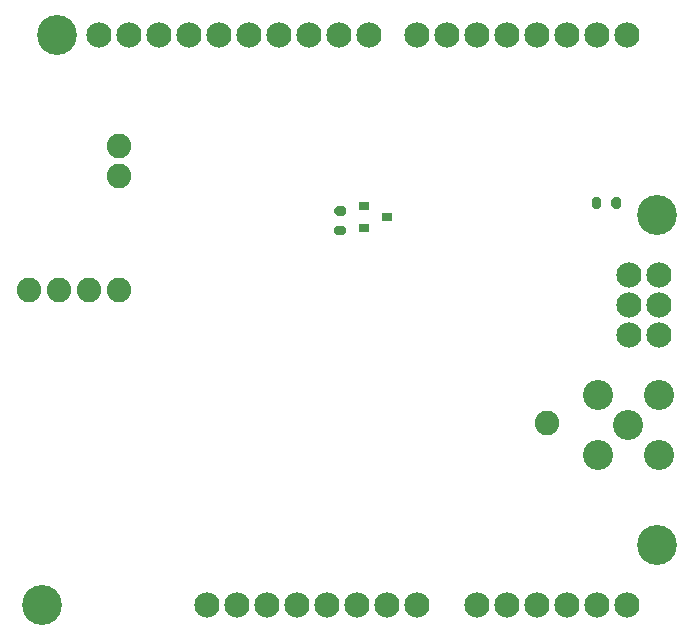
<source format=gbr>
%TF.GenerationSoftware,KiCad,Pcbnew,5.1.6+dfsg1-1*%
%TF.CreationDate,2021-02-21T15:05:16+01:00*%
%TF.ProjectId,RFMduino,52464d64-7569-46e6-9f2e-6b696361645f,rev?*%
%TF.SameCoordinates,Original*%
%TF.FileFunction,Soldermask,Bot*%
%TF.FilePolarity,Negative*%
%FSLAX46Y46*%
G04 Gerber Fmt 4.6, Leading zero omitted, Abs format (unit mm)*
G04 Created by KiCad (PCBNEW 5.1.6+dfsg1-1) date 2021-02-21 15:05:16*
%MOMM*%
%LPD*%
G01*
G04 APERTURE LIST*
%ADD10C,2.082800*%
%ADD11C,2.550000*%
%ADD12R,0.900000X0.800000*%
%ADD13C,2.133600*%
%ADD14C,3.378200*%
G04 APERTURE END LIST*
D10*
%TO.C,J1*%
X139979400Y-69113400D03*
X139979400Y-71653400D03*
%TD*%
%TO.C,J2*%
X139925000Y-81319000D03*
X137385000Y-81319000D03*
X134845000Y-81319000D03*
X132305000Y-81319000D03*
%TD*%
%TO.C,J3*%
X176199800Y-92506800D03*
%TD*%
D11*
%TO.C,J4*%
X183070600Y-92710000D03*
X180521600Y-95260000D03*
X185620600Y-95260000D03*
X185620600Y-90160000D03*
X180521600Y-90160000D03*
%TD*%
D12*
%TO.C,Q1*%
X160659800Y-76042400D03*
X160659800Y-74142400D03*
X162659800Y-75092400D03*
%TD*%
%TO.C,R3*%
G36*
G01*
X182428600Y-73639000D02*
X182428600Y-74189000D01*
G75*
G02*
X182228600Y-74389000I-200000J0D01*
G01*
X181828600Y-74389000D01*
G75*
G02*
X181628600Y-74189000I0J200000D01*
G01*
X181628600Y-73639000D01*
G75*
G02*
X181828600Y-73439000I200000J0D01*
G01*
X182228600Y-73439000D01*
G75*
G02*
X182428600Y-73639000I0J-200000D01*
G01*
G37*
G36*
G01*
X180778600Y-73639000D02*
X180778600Y-74189000D01*
G75*
G02*
X180578600Y-74389000I-200000J0D01*
G01*
X180178600Y-74389000D01*
G75*
G02*
X179978600Y-74189000I0J200000D01*
G01*
X179978600Y-73639000D01*
G75*
G02*
X180178600Y-73439000I200000J0D01*
G01*
X180578600Y-73439000D01*
G75*
G02*
X180778600Y-73639000I0J-200000D01*
G01*
G37*
%TD*%
%TO.C,R4*%
G36*
G01*
X158934800Y-74992400D02*
X158384800Y-74992400D01*
G75*
G02*
X158184800Y-74792400I0J200000D01*
G01*
X158184800Y-74392400D01*
G75*
G02*
X158384800Y-74192400I200000J0D01*
G01*
X158934800Y-74192400D01*
G75*
G02*
X159134800Y-74392400I0J-200000D01*
G01*
X159134800Y-74792400D01*
G75*
G02*
X158934800Y-74992400I-200000J0D01*
G01*
G37*
G36*
G01*
X158934800Y-76642400D02*
X158384800Y-76642400D01*
G75*
G02*
X158184800Y-76442400I0J200000D01*
G01*
X158184800Y-76042400D01*
G75*
G02*
X158384800Y-75842400I200000J0D01*
G01*
X158934800Y-75842400D01*
G75*
G02*
X159134800Y-76042400I0J-200000D01*
G01*
X159134800Y-76442400D01*
G75*
G02*
X158934800Y-76642400I-200000J0D01*
G01*
G37*
%TD*%
D13*
%TO.C,B1*%
X155040000Y-107930000D03*
X157580000Y-107930000D03*
X170280000Y-107930000D03*
X172820000Y-107930000D03*
X175360000Y-107930000D03*
X177900000Y-107930000D03*
X180440000Y-107930000D03*
X182980000Y-107930000D03*
X143356000Y-59670000D03*
X182980000Y-59670000D03*
X180440000Y-59670000D03*
X177900000Y-59670000D03*
X175360000Y-59670000D03*
X172820000Y-59670000D03*
X170280000Y-59670000D03*
X167740000Y-59670000D03*
X165200000Y-59670000D03*
X161136000Y-59670000D03*
X158596000Y-59670000D03*
X156056000Y-59670000D03*
X153516000Y-59670000D03*
X150976000Y-59670000D03*
X148436000Y-59670000D03*
X160120000Y-107930000D03*
X162660000Y-107930000D03*
X145896000Y-59670000D03*
X185659700Y-85118260D03*
X149960000Y-107930000D03*
X183119700Y-80040800D03*
X185659700Y-82580800D03*
X147420000Y-107930000D03*
X152500000Y-107930000D03*
X183119700Y-85118260D03*
X183119700Y-82580800D03*
X138276000Y-59670000D03*
X140816000Y-59670000D03*
X185659700Y-80040800D03*
X165200000Y-107930000D03*
D14*
X134720000Y-59670000D03*
X185520000Y-74910000D03*
X185520000Y-102850000D03*
X133450000Y-107930000D03*
%TD*%
M02*

</source>
